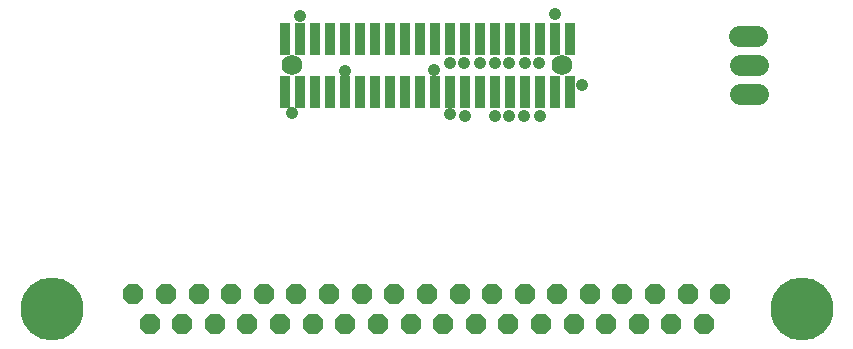
<source format=gts>
G75*
%MOIN*%
%OFA0B0*%
%FSLAX25Y25*%
%IPPOS*%
%LPD*%
%AMOC8*
5,1,8,0,0,1.08239X$1,22.5*
%
%ADD10R,0.03346X0.10827*%
%ADD11C,0.06921*%
%ADD12OC8,0.06984*%
%ADD13C,0.20984*%
%ADD14C,0.06921*%
%ADD15C,0.04165*%
D10*
X0100015Y0142583D03*
X0105015Y0142583D03*
X0110015Y0142583D03*
X0115015Y0142583D03*
X0120015Y0142583D03*
X0125015Y0142583D03*
X0130015Y0142583D03*
X0135015Y0142583D03*
X0140015Y0142583D03*
X0145015Y0142583D03*
X0150015Y0142583D03*
X0155015Y0142583D03*
X0160015Y0142583D03*
X0165015Y0142583D03*
X0170015Y0142583D03*
X0175015Y0142583D03*
X0180015Y0142583D03*
X0185015Y0142583D03*
X0190015Y0142583D03*
X0195015Y0142583D03*
X0195015Y0160497D03*
X0190015Y0160497D03*
X0185015Y0160497D03*
X0180015Y0160497D03*
X0175015Y0160497D03*
X0170015Y0160497D03*
X0165015Y0160497D03*
X0160015Y0160497D03*
X0155015Y0160497D03*
X0150015Y0160497D03*
X0145015Y0160497D03*
X0140015Y0160497D03*
X0135015Y0160497D03*
X0130015Y0160497D03*
X0125015Y0160497D03*
X0120015Y0160497D03*
X0115015Y0160497D03*
X0110015Y0160497D03*
X0105015Y0160497D03*
X0100015Y0160497D03*
D11*
X0102515Y0151540D03*
X0192515Y0151540D03*
D12*
X0055017Y0065300D03*
X0065917Y0065300D03*
X0076717Y0065300D03*
X0087617Y0065300D03*
X0098517Y0065300D03*
X0109417Y0065300D03*
X0120217Y0065300D03*
X0131117Y0065300D03*
X0142017Y0065300D03*
X0152817Y0065300D03*
X0163717Y0065300D03*
X0174617Y0065300D03*
X0185417Y0065300D03*
X0196317Y0065300D03*
X0207217Y0065300D03*
X0218017Y0065300D03*
X0228917Y0065300D03*
X0239817Y0065300D03*
X0245217Y0075300D03*
X0234317Y0075300D03*
X0223517Y0075300D03*
X0212617Y0075300D03*
X0201717Y0075300D03*
X0190917Y0075300D03*
X0180017Y0075300D03*
X0169117Y0075300D03*
X0158317Y0075300D03*
X0147417Y0075300D03*
X0136517Y0075300D03*
X0125717Y0075300D03*
X0114817Y0075300D03*
X0103917Y0075300D03*
X0093017Y0075300D03*
X0082217Y0075300D03*
X0071317Y0075300D03*
X0060417Y0075300D03*
X0049617Y0075300D03*
D13*
X0022417Y0070300D03*
X0272417Y0070300D03*
D14*
X0257728Y0142111D02*
X0251791Y0142111D01*
X0251791Y0151658D02*
X0257728Y0151658D01*
X0257334Y0161304D02*
X0251397Y0161304D01*
D15*
X0199050Y0145044D03*
X0184976Y0152426D03*
X0180054Y0152426D03*
X0174936Y0152426D03*
X0170015Y0152426D03*
X0165094Y0152524D03*
X0159976Y0152426D03*
X0155251Y0152524D03*
X0149936Y0149965D03*
X0155251Y0135202D03*
X0160172Y0134709D03*
X0170015Y0134611D03*
X0174936Y0134611D03*
X0179857Y0134709D03*
X0185074Y0134808D03*
X0190094Y0168568D03*
X0120015Y0149670D03*
X0102594Y0135694D03*
X0105054Y0168174D03*
M02*

</source>
